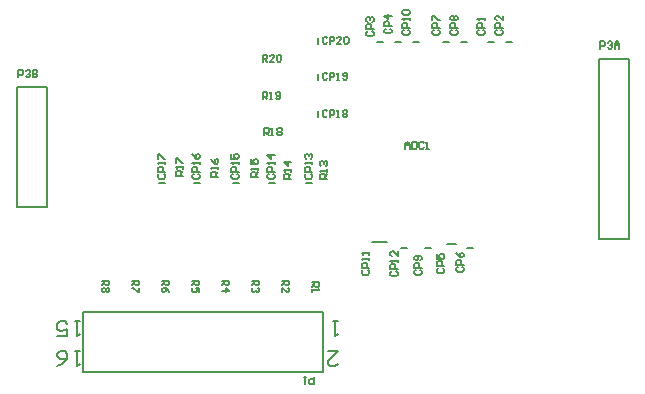
<source format=gto>
G04 CAM350/DFMSTREAM V11.0 (Build 715) Date:  Thu Jan 31 17:38:16 2019 *
G04 Database: (Untitled) *
G04 Layer 9: pcb2-1 *
%FSTAX43Y43*%
%MOMM*%
%SFA1.000B1.000*%

%MIA0B0*%
%IPPOS*%
%ADD26C,0.20000*%
%ADD27C,0.15000*%
%ADD28C,0.20300*%
%LNpcb2-1*%
%LPD*%
G54D26*
X0079123Y0080267D02*
G01Y0080767D01*
Y0083315D02*
G01Y0083815D01*
X0091697Y0066042D02*
G01X0092197D01*
X0089665Y0083435D02*
G01X0090165D01*
X0091189D02*
G01X0091689D01*
X0088141Y0066042D02*
G01X0088641D01*
X0087125Y0083435D02*
G01X0087625D01*
X0086109Y0066042D02*
G01X0086609D01*
X0090023Y0066342D02*
G01X0090823D01*
X0083677Y0066542D02*
G01X0084977D01*
X0065662Y0071503D02*
G01X0066162D01*
X0079123Y0077092D02*
G01Y0077592D01*
X0093475Y0083435D02*
G01X0093975D01*
X0094999D02*
G01X0095499D01*
X0084077D02*
G01X0084577D01*
X0085601D02*
G01X0086101D01*
X0071885Y0071503D02*
G01X0072385D01*
X0068583D02*
G01X0069083D01*
X0074933D02*
G01X0075433D01*
X0078108D02*
G01X0078608D01*
X0059181Y0055498D02*
G01X0079501D01*
X0059181Y0060578D02*
G01X0079501D01*
Y0055498D02*
G01Y0060578D01*
X0059181Y0055498D02*
G01Y0060578D01*
X0053593Y0079628D02*
G01X0056133D01*
Y0069468D02*
G01Y0079628D01*
X0053593Y0069468D02*
G01Y0079628D01*
Y0069468D02*
G01X0056133D01*
X0105409Y0066801D02*
G01Y0082041D01*
X0102869Y0066801D02*
G01Y0082041D01*
Y0066801D02*
G01X0105409D01*
X0102869Y0082041D02*
G01X0105409D01*
G54D27*
X0086486Y0074421D02*
G01Y0074821D01*
X0086686Y0075021*
X0086886Y0074821*
Y0074421*
Y0074721*
X0086486*
X0087086Y0075021D02*
G01Y0074421D01*
X0087386*
X0087486Y0074521*
Y0074921*
X0087386Y0075021*
X0087086*
X0088085Y0074921D02*
G01X0087986Y0075021D01*
X0087786*
X0087686Y0074921*
Y0074521*
X0087786Y0074421*
X0087986*
X0088085Y0074521*
X0088285Y0074421D02*
G01X0088485D01*
X0088385*
Y0075021*
X0088285Y0074921*
X0092717Y0084473D02*
G01X0092617Y0084373D01*
Y0084173*
X0092717Y0084073*
X0093117*
X0093217Y0084173*
Y0084373*
X0093117Y0084473*
X0093217Y0084673D02*
G01X0092617D01*
Y0084973*
X0092717Y0085073*
X0092917*
X0093017Y0084973*
Y0084673*
X0093217Y0085273D02*
G01Y0085473D01*
Y0085373*
X0092617*
X0092717Y0085273*
X0094241Y0084473D02*
G01X0094141Y0084373D01*
Y0084173*
X0094241Y0084073*
X0094641*
X0094741Y0084173*
Y0084373*
X0094641Y0084473*
X0094741Y0084673D02*
G01X0094141D01*
Y0084973*
X0094241Y0085073*
X0094441*
X0094541Y0084973*
Y0084673*
X0094741Y0085672D02*
G01Y0085273D01*
X0094341Y0085672*
X0094241*
X0094141Y0085573*
Y0085373*
X0094241Y0085273*
X0083319Y0084346D02*
G01X0083219Y0084246D01*
Y0084046*
X0083319Y0083946*
X0083719*
X0083819Y0084046*
Y0084246*
X0083719Y0084346*
X0083819Y0084546D02*
G01X0083219D01*
Y0084846*
X0083319Y0084946*
X0083519*
X0083619Y0084846*
Y0084546*
X0083319Y0085146D02*
G01X0083219Y0085246D01*
Y0085446*
X0083319Y0085545*
X0083419*
X0083519Y0085446*
Y0085346*
Y0085446*
X0083619Y0085545*
X0083719*
X0083819Y0085446*
Y0085246*
X0083719Y0085146*
X0084843Y0084585D02*
G01X0084743Y0084485D01*
Y0084285*
X0084843Y0084185*
X0085243*
X0085343Y0084285*
Y0084485*
X0085243Y0084585*
X0085343Y0084785D02*
G01X0084743D01*
Y0085085*
X0084843Y0085185*
X0085043*
X0085143Y0085085*
Y0084785*
X0085343Y0085685D02*
G01X0084743D01*
X0085043Y0085385*
Y0085784*
X0089288Y006428D02*
G01X0089188Y006418D01*
Y006398*
X0089288Y006388*
X0089688*
X0089788Y006398*
Y006418*
X0089688Y006428*
X0089788Y006448D02*
G01X0089188D01*
Y006478*
X0089288Y006488*
X0089488*
X0089588Y006478*
Y006448*
X0089188Y0065479D02*
G01Y006508D01*
X0089488*
X0089388Y006528*
Y006538*
X0089488Y0065479*
X0089688*
X0089788Y006538*
Y006518*
X0089688Y006508*
X0090939Y0064407D02*
G01X0090839Y0064307D01*
Y0064107*
X0090939Y0064007*
X0091339*
X0091439Y0064107*
Y0064307*
X0091339Y0064407*
X0091439Y0064607D02*
G01X0090839D01*
Y0064907*
X0090939Y0065007*
X0091139*
X0091239Y0064907*
Y0064607*
X0090839Y0065606D02*
G01X0090939Y0065407D01*
X0091139Y0065207*
X0091339*
X0091439Y0065307*
Y0065507*
X0091339Y0065606*
X0091239*
X0091139Y0065507*
Y0065207*
X0088907Y0084473D02*
G01X0088807Y0084373D01*
Y0084173*
X0088907Y0084073*
X0089307*
X0089407Y0084173*
Y0084373*
X0089307Y0084473*
X0089407Y0084673D02*
G01X0088807D01*
Y0084973*
X0088907Y0085073*
X0089107*
X0089207Y0084973*
Y0084673*
X0088807Y0085273D02*
G01Y0085672D01*
X0088907*
X0089307Y0085273*
X0089407*
X0090431Y0084473D02*
G01X0090331Y0084373D01*
Y0084173*
X0090431Y0084073*
X0090831*
X0090931Y0084173*
Y0084373*
X0090831Y0084473*
X0090931Y0084673D02*
G01X0090331D01*
Y0084973*
X0090431Y0085073*
X0090631*
X0090731Y0084973*
Y0084673*
X0090431Y0085273D02*
G01X0090331Y0085373D01*
Y0085573*
X0090431Y0085672*
X0090531*
X0090631Y0085573*
X0090731Y0085672*
X0090831*
X0090931Y0085573*
Y0085373*
X0090831Y0085273*
X0090731*
X0090631Y0085373*
X0090531Y0085273*
X0090431*
X0090631Y0085373D02*
G01Y0085573D01*
X0087383Y0064153D02*
G01X0087283Y0064053D01*
Y0063853*
X0087383Y0063753*
X0087783*
X0087883Y0063853*
Y0064053*
X0087783Y0064153*
X0087883Y0064353D02*
G01X0087283D01*
Y0064653*
X0087383Y0064753*
X0087583*
X0087683Y0064653*
Y0064353*
X0087783Y0064953D02*
G01X0087883Y0065053D01*
Y0065253*
X0087783Y0065352*
X0087383*
X0087283Y0065253*
Y0065053*
X0087383Y0064953*
X0087483*
X0087583Y0065053*
Y0065352*
X0086367Y0084473D02*
G01X0086267Y0084373D01*
Y0084173*
X0086367Y0084073*
X0086767*
X0086867Y0084173*
Y0084373*
X0086767Y0084473*
X0086867Y0084673D02*
G01X0086267D01*
Y0084973*
X0086367Y0085073*
X0086567*
X0086667Y0084973*
Y0084673*
X0086867Y0085273D02*
G01Y0085473D01*
Y0085373*
X0086267*
X0086367Y0085273*
Y0085772D02*
G01X0086267Y0085872D01*
Y0086072*
X0086367Y0086172*
X0086767*
X0086867Y0086072*
Y0085872*
X0086767Y0085772*
X0086367*
X0082938Y0064153D02*
G01X0082838Y0064053D01*
Y0063853*
X0082938Y0063753*
X0083338*
X0083438Y0063853*
Y0064053*
X0083338Y0064153*
X0083438Y0064353D02*
G01X0082838D01*
Y0064653*
X0082938Y0064753*
X0083138*
X0083238Y0064653*
Y0064353*
X0083438Y0064953D02*
G01Y0065153D01*
Y0065053*
X0082838*
X0082938Y0064953*
X0083438Y0065452D02*
G01Y0065652D01*
Y0065552*
X0082838*
X0082938Y0065452*
X0085351Y0064026D02*
G01X0085251Y0063926D01*
Y0063726*
X0085351Y0063626*
X0085751*
X0085851Y0063726*
Y0063926*
X0085751Y0064026*
X0085851Y0064226D02*
G01X0085251D01*
Y0064526*
X0085351Y0064626*
X0085551*
X0085651Y0064526*
Y0064226*
X0085851Y0064826D02*
G01Y0065026D01*
Y0064926*
X0085251*
X0085351Y0064826*
X0085851Y0065725D02*
G01Y0065325D01*
X0085451Y0065725*
X0085351*
X0085251Y0065625*
Y0065425*
X0085351Y0065325*
X0078112Y0072281D02*
G01X0078012Y0072181D01*
Y0071981*
X0078112Y0071881*
X0078512*
X0078612Y0071981*
Y0072181*
X0078512Y0072281*
X0078612Y0072481D02*
G01X0078012D01*
Y0072781*
X0078112Y0072881*
X0078312*
X0078412Y0072781*
Y0072481*
X0078612Y0073081D02*
G01Y0073281D01*
Y0073181*
X0078012*
X0078112Y0073081*
Y007358D02*
G01X0078012Y007368D01*
Y007388*
X0078112Y007398*
X0078212*
X0078312Y007388*
Y007378*
Y007388*
X0078412Y007398*
X0078512*
X0078612Y007388*
Y007368*
X0078512Y007358*
X0074937Y0072281D02*
G01X0074837Y0072181D01*
Y0071981*
X0074937Y0071881*
X0075337*
X0075437Y0071981*
Y0072181*
X0075337Y0072281*
X0075437Y0072481D02*
G01X0074837D01*
Y0072781*
X0074937Y0072881*
X0075137*
X0075237Y0072781*
Y0072481*
X0075437Y0073081D02*
G01Y0073281D01*
Y0073181*
X0074837*
X0074937Y0073081*
X0075437Y007388D02*
G01X0074837D01*
X0075137Y007358*
Y007398*
X0071889Y0072281D02*
G01X0071789Y0072181D01*
Y0071981*
X0071889Y0071881*
X0072289*
X0072389Y0071981*
Y0072181*
X0072289Y0072281*
X0072389Y0072481D02*
G01X0071789D01*
Y0072781*
X0071889Y0072881*
X0072089*
X0072189Y0072781*
Y0072481*
X0072389Y0073081D02*
G01Y0073281D01*
Y0073181*
X0071789*
X0071889Y0073081*
X0071789Y007398D02*
G01Y007358D01*
X0072089*
X0071989Y007378*
Y007388*
X0072089Y007398*
X0072289*
X0072389Y007388*
Y007368*
X0072289Y007358*
X0068587Y0072281D02*
G01X0068487Y0072181D01*
Y0071981*
X0068587Y0071881*
X0068987*
X0069087Y0071981*
Y0072181*
X0068987Y0072281*
X0069087Y0072481D02*
G01X0068487D01*
Y0072781*
X0068587Y0072881*
X0068787*
X0068887Y0072781*
Y0072481*
X0069087Y0073081D02*
G01Y0073281D01*
Y0073181*
X0068487*
X0068587Y0073081*
X0068487Y007398D02*
G01X0068587Y007378D01*
X0068787Y007358*
X0068987*
X0069087Y007368*
Y007388*
X0068987Y007398*
X0068887*
X0068787Y007388*
Y007358*
X0065666Y0072281D02*
G01X0065566Y0072181D01*
Y0071981*
X0065666Y0071881*
X0066066*
X0066166Y0071981*
Y0072181*
X0066066Y0072281*
X0066166Y0072481D02*
G01X0065566D01*
Y0072781*
X0065666Y0072881*
X0065866*
X0065966Y0072781*
Y0072481*
X0066166Y0073081D02*
G01Y0073281D01*
Y0073181*
X0065566*
X0065666Y0073081*
X0065566Y007358D02*
G01Y007398D01*
X0065666*
X0066066Y007358*
X0066166*
X0079901Y0077588D02*
G01X0079801Y0077688D01*
X0079601*
X0079501Y0077588*
Y0077188*
X0079601Y0077088*
X0079801*
X0079901Y0077188*
X0080101Y0077088D02*
G01Y0077688D01*
X0080401*
X0080501Y0077588*
Y0077388*
X0080401Y0077288*
X0080101*
X0080701Y0077088D02*
G01X0080901D01*
X0080801*
Y0077688*
X0080701Y0077588*
X00812D02*
G01X00813Y0077688D01*
X00815*
X00816Y0077588*
Y0077488*
X00815Y0077388*
X00816Y0077288*
Y0077188*
X00815Y0077088*
X00813*
X00812Y0077188*
Y0077288*
X00813Y0077388*
X00812Y0077488*
Y0077588*
X00813Y0077388D02*
G01X00815D01*
X0079901Y0080763D02*
G01X0079801Y0080863D01*
X0079601*
X0079501Y0080763*
Y0080363*
X0079601Y0080263*
X0079801*
X0079901Y0080363*
X0080101Y0080263D02*
G01Y0080863D01*
X0080401*
X0080501Y0080763*
Y0080563*
X0080401Y0080463*
X0080101*
X0080701Y0080263D02*
G01X0080901D01*
X0080801*
Y0080863*
X0080701Y0080763*
X00812Y0080363D02*
G01X00813Y0080263D01*
X00815*
X00816Y0080363*
Y0080763*
X00815Y0080863*
X00813*
X00812Y0080763*
Y0080663*
X00813Y0080563*
X00816*
X0079901Y0083811D02*
G01X0079801Y0083911D01*
X0079601*
X0079501Y0083811*
Y0083411*
X0079601Y0083311*
X0079801*
X0079901Y0083411*
X0080101Y0083311D02*
G01Y0083911D01*
X0080401*
X0080501Y0083811*
Y0083611*
X0080401Y0083511*
X0080101*
X00811Y0083311D02*
G01X0080701D01*
X00811Y0083711*
Y0083811*
X0081001Y0083911*
X0080801*
X0080701Y0083811*
X00813D02*
G01X00814Y0083911D01*
X00816*
X00817Y0083811*
Y0083411*
X00816Y0083311*
X00814*
X00813Y0083411*
Y0083811*
X0078739Y0055117D02*
G01Y0054517D01*
X0078439*
X0078339Y0054617*
Y0054817*
X0078439Y0054917*
X0078739*
X0078139Y0055117D02*
G01X0077939D01*
X0078039*
Y0054517*
X0078139Y0054617*
X0078612Y0063118D02*
G01X0079212D01*
Y0062818*
X0079112Y0062718*
X0078912*
X0078812Y0062818*
Y0063118*
Y0062918D02*
G01X0078612Y0062718D01*
Y0062518D02*
G01Y0062318D01*
Y0062418*
X0079212*
X0079112Y0062518*
X0076072Y0063245D02*
G01X0076672D01*
Y0062945*
X0076572Y0062845*
X0076372*
X0076272Y0062945*
Y0063245*
Y0063045D02*
G01X0076072Y0062845D01*
Y0062245D02*
G01Y0062645D01*
X0076472Y0062245*
X0076572*
X0076672Y0062345*
Y0062545*
X0076572Y0062645*
X0073532Y0063245D02*
G01X0074132D01*
Y0062945*
X0074032Y0062845*
X0073832*
X0073732Y0062945*
Y0063245*
Y0063045D02*
G01X0073532Y0062845D01*
X0074032Y0062645D02*
G01X0074132Y0062545D01*
Y0062345*
X0074032Y0062245*
X0073932*
X0073832Y0062345*
Y0062445*
Y0062345*
X0073732Y0062245*
X0073632*
X0073532Y0062345*
Y0062545*
X0073632Y0062645*
X0070992Y0063245D02*
G01X0071592D01*
Y0062945*
X0071492Y0062845*
X0071292*
X0071192Y0062945*
Y0063245*
Y0063045D02*
G01X0070992Y0062845D01*
Y0062345D02*
G01X0071592D01*
X0071292Y0062645*
Y0062245*
X0068452Y0063245D02*
G01X0069052D01*
Y0062945*
X0068952Y0062845*
X0068752*
X0068652Y0062945*
Y0063245*
Y0063045D02*
G01X0068452Y0062845D01*
X0069052Y0062245D02*
G01Y0062645D01*
X0068752*
X0068852Y0062445*
Y0062345*
X0068752Y0062245*
X0068552*
X0068452Y0062345*
Y0062545*
X0068552Y0062645*
X0065912Y0063245D02*
G01X0066512D01*
Y0062945*
X0066412Y0062845*
X0066212*
X0066112Y0062945*
Y0063245*
Y0063045D02*
G01X0065912Y0062845D01*
X0066512Y0062245D02*
G01X0066412Y0062445D01*
X0066212Y0062645*
X0066012*
X0065912Y0062545*
Y0062345*
X0066012Y0062245*
X0066112*
X0066212Y0062345*
Y0062645*
X0063372Y0063245D02*
G01X0063972D01*
Y0062945*
X0063872Y0062845*
X0063672*
X0063572Y0062945*
Y0063245*
Y0063045D02*
G01X0063372Y0062845D01*
X0063972Y0062645D02*
G01Y0062245D01*
X0063872*
X0063472Y0062645*
X0063372*
X0060832Y0063245D02*
G01X0061432D01*
Y0062945*
X0061332Y0062845*
X0061132*
X0061032Y0062945*
Y0063245*
Y0063045D02*
G01X0060832Y0062845D01*
X0061332Y0062645D02*
G01X0061432Y0062545D01*
Y0062345*
X0061332Y0062245*
X0061232*
X0061132Y0062345*
X0061032Y0062245*
X0060932*
X0060832Y0062345*
Y0062545*
X0060932Y0062645*
X0061032*
X0061132Y0062545*
X0061232Y0062645*
X0061332*
X0061132Y0062545D02*
G01Y0062345D01*
X0079882Y0071858D02*
G01X0079282D01*
Y0072158*
X0079382Y0072258*
X0079582*
X0079682Y0072158*
Y0071858*
Y0072058D02*
G01X0079882Y0072258D01*
Y0072458D02*
G01Y0072658D01*
Y0072558*
X0079282*
X0079382Y0072458*
Y0072958D02*
G01X0079282Y0073058D01*
Y0073258*
X0079382Y0073358*
X0079482*
X0079582Y0073258*
Y0073158*
Y0073258*
X0079682Y0073358*
X0079782*
X0079882Y0073258*
Y0073058*
X0079782Y0072958*
X0076834Y0071881D02*
G01X0076234D01*
Y0072181*
X0076334Y0072281*
X0076534*
X0076634Y0072181*
Y0071881*
Y0072081D02*
G01X0076834Y0072281D01*
Y0072481D02*
G01Y0072681D01*
Y0072581*
X0076234*
X0076334Y0072481*
X0076834Y0073281D02*
G01X0076234D01*
X0076534Y0072981*
Y0073381*
X007404Y0072008D02*
G01X007344D01*
Y0072308*
X007354Y0072408*
X007374*
X007384Y0072308*
Y0072008*
Y0072208D02*
G01X007404Y0072408D01*
Y0072608D02*
G01Y0072808D01*
Y0072708*
X007344*
X007354Y0072608*
X007344Y0073508D02*
G01Y0073108D01*
X007374*
X007364Y0073308*
Y0073408*
X007374Y0073508*
X007394*
X007404Y0073408*
Y0073208*
X007394Y0073108*
X0070659Y0072056D02*
G01X0070059D01*
Y0072356*
X0070159Y0072456*
X0070359*
X0070459Y0072356*
Y0072056*
Y0072256D02*
G01X0070659Y0072456D01*
Y0072656D02*
G01Y0072856D01*
Y0072756*
X0070059*
X0070159Y0072656*
X0070059Y0073556D02*
G01X0070159Y0073356D01*
X0070359Y0073156*
X0070559*
X0070659Y0073256*
Y0073456*
X0070559Y0073556*
X0070459*
X0070359Y0073456*
Y0073156*
X006769Y0072135D02*
G01X006709D01*
Y0072435*
X006719Y0072535*
X006739*
X006749Y0072435*
Y0072135*
Y0072335D02*
G01X006769Y0072535D01*
Y0072735D02*
G01Y0072935D01*
Y0072835*
X006709*
X006719Y0072735*
X006709Y0073235D02*
G01Y0073635D01*
X006719*
X006759Y0073235*
X006769*
X0074548Y0075564D02*
G01Y0076164D01*
X0074848*
X0074948Y0076064*
Y0075864*
X0074848Y0075764*
X0074548*
X0074748D02*
G01X0074948Y0075564D01*
X0075148D02*
G01X0075348D01*
X0075248*
Y0076164*
X0075148Y0076064*
X0075648D02*
G01X0075748Y0076164D01*
X0075948*
X0076048Y0076064*
Y0075964*
X0075948Y0075864*
X0076048Y0075764*
Y0075664*
X0075948Y0075564*
X0075748*
X0075648Y0075664*
Y0075764*
X0075748Y0075864*
X0075648Y0075964*
Y0076064*
X0075748Y0075864D02*
G01X0075948D01*
X0074421Y0078612D02*
G01Y0079212D01*
X0074721*
X0074821Y0079112*
Y0078912*
X0074721Y0078812*
X0074421*
X0074621D02*
G01X0074821Y0078612D01*
X0075021D02*
G01X0075221D01*
X0075121*
Y0079212*
X0075021Y0079112*
X0075521Y0078712D02*
G01X0075621Y0078612D01*
X0075821*
X0075921Y0078712*
Y0079112*
X0075821Y0079212*
X0075621*
X0075521Y0079112*
Y0079012*
X0075621Y0078912*
X0075921*
X0074421Y0081787D02*
G01Y0082387D01*
X0074721*
X0074821Y0082287*
Y0082087*
X0074721Y0081987*
X0074421*
X0074621D02*
G01X0074821Y0081787D01*
X0075421D02*
G01X0075021D01*
X0075421Y0082187*
Y0082287*
X0075321Y0082387*
X0075121*
X0075021Y0082287*
X0075621D02*
G01X0075721Y0082387D01*
X0075921*
X007602Y0082287*
Y0081887*
X0075921Y0081787*
X0075721*
X0075621Y0081887*
Y0082287*
X0053758Y0080479D02*
G01Y0081079D01*
X0054058*
X0054158Y0080979*
Y0080779*
X0054058Y0080679*
X0053758*
X0054358Y0080979D02*
G01X0054458Y0081079D01*
X0054658*
X0054758Y0080979*
Y0080879*
X0054658Y0080779*
X0054558*
X0054658*
X0054758Y0080679*
Y0080579*
X0054658Y0080479*
X0054458*
X0054358Y0080579*
X0054958Y0081079D02*
G01Y0080479D01*
X0055258*
X0055358Y0080579*
Y0080679*
X0055258Y0080779*
X0054958*
X0055258*
X0055358Y0080879*
Y0080979*
X0055258Y0081079*
X0054958*
X0103034Y0082892D02*
G01Y0083492D01*
X0103334*
X0103434Y0083392*
Y0083192*
X0103334Y0083092*
X0103034*
X0103634Y0083392D02*
G01X0103734Y0083492D01*
X0103934*
X0104034Y0083392*
Y0083292*
X0103934Y0083192*
X0103834*
X0103934*
X0104034Y0083092*
Y0082992*
X0103934Y0082892*
X0103734*
X0103634Y0082992*
X0104234Y0082892D02*
G01Y0083292D01*
X0104434Y0083492*
X0104634Y0083292*
Y0082892*
Y0083192*
X0104234*
G54D28*
X0058927Y0057276D02*
G01X0058504D01*
X0058715*
Y0056006*
X0058927Y0056218*
X0057023Y0056006D02*
G01X0057446Y0056218D01*
X0057869Y0056641*
Y0057064*
X0057657Y0057276*
X0057234*
X0057023Y0057064*
Y0056853*
X0057234Y0056641*
X0057869*
X0058927Y0059816D02*
G01X0058504D01*
X0058715*
Y0058546*
X0058927Y0058758*
X0057023Y0058546D02*
G01X0057869D01*
Y0059181*
X0057446Y005897*
X0057234*
X0057023Y0059181*
Y0059604*
X0057234Y0059816*
X0057657*
X0057869Y0059604*
X0080771Y0059816D02*
G01X0080348D01*
X0080559*
Y0058546*
X0080771Y0058758*
X0079925Y0057276D02*
G01X0080771D01*
X0079925Y005643*
Y0056218*
X0080136Y0056006*
X0080559*
X0080771Y0056218*
M02*

</source>
